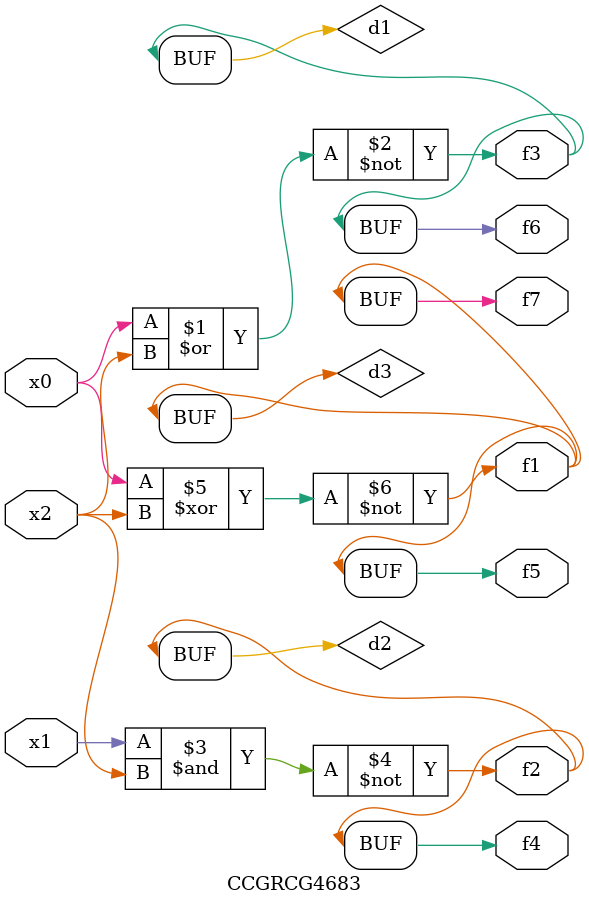
<source format=v>
module CCGRCG4683(
	input x0, x1, x2,
	output f1, f2, f3, f4, f5, f6, f7
);

	wire d1, d2, d3;

	nor (d1, x0, x2);
	nand (d2, x1, x2);
	xnor (d3, x0, x2);
	assign f1 = d3;
	assign f2 = d2;
	assign f3 = d1;
	assign f4 = d2;
	assign f5 = d3;
	assign f6 = d1;
	assign f7 = d3;
endmodule

</source>
